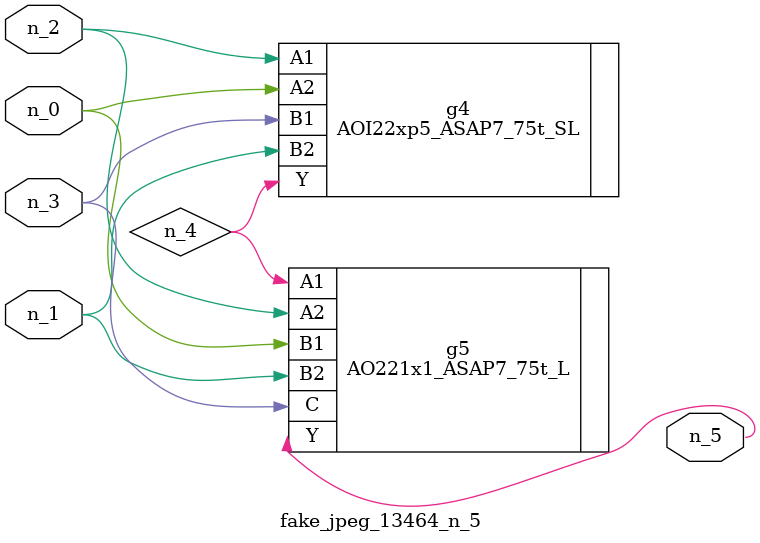
<source format=v>
module fake_jpeg_13464_n_5 (n_0, n_3, n_2, n_1, n_5);

input n_0;
input n_3;
input n_2;
input n_1;

output n_5;

wire n_4;

AOI22xp5_ASAP7_75t_SL g4 ( 
.A1(n_2),
.A2(n_0),
.B1(n_3),
.B2(n_1),
.Y(n_4)
);

AO221x1_ASAP7_75t_L g5 ( 
.A1(n_4),
.A2(n_2),
.B1(n_0),
.B2(n_1),
.C(n_3),
.Y(n_5)
);


endmodule
</source>
